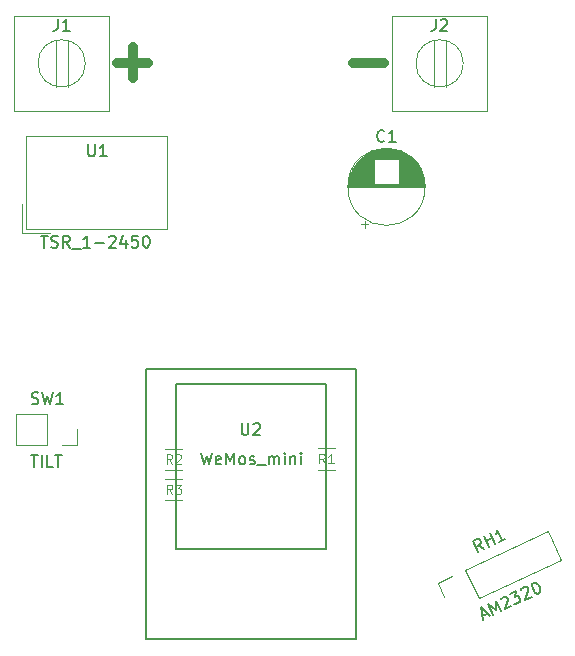
<source format=gto>
%TF.GenerationSoftware,KiCad,Pcbnew,(5.1.9-0-10_14)*%
%TF.CreationDate,2024-01-29T22:25:58+01:00*%
%TF.ProjectId,masthead,6d617374-6865-4616-942e-6b696361645f,rev?*%
%TF.SameCoordinates,Original*%
%TF.FileFunction,Legend,Top*%
%TF.FilePolarity,Positive*%
%FSLAX46Y46*%
G04 Gerber Fmt 4.6, Leading zero omitted, Abs format (unit mm)*
G04 Created by KiCad (PCBNEW (5.1.9-0-10_14)) date 2024-01-29 22:25:58*
%MOMM*%
%LPD*%
G01*
G04 APERTURE LIST*
%ADD10C,0.875000*%
%ADD11C,0.120000*%
%ADD12C,0.150000*%
G04 APERTURE END LIST*
D10*
X8666666Y50000D02*
X11333333Y50000D01*
X-11333333Y50000D02*
X-8666666Y50000D01*
X-10000000Y-1283333D02*
X-10000000Y1383333D01*
D11*
%TO.C,SW1*%
X-14670000Y-31000000D02*
X-14670000Y-32330000D01*
X-14670000Y-32330000D02*
X-16000000Y-32330000D01*
X-17270000Y-32330000D02*
X-19870000Y-32330000D01*
X-19870000Y-29670000D02*
X-19870000Y-32330000D01*
X-17270000Y-29670000D02*
X-19870000Y-29670000D01*
X-17270000Y-29670000D02*
X-17270000Y-32330000D01*
%TO.C,RH1*%
X19313093Y-45268664D02*
X18188929Y-42857885D01*
X19313093Y-45268664D02*
X26273537Y-42022956D01*
X26273537Y-42022956D02*
X25149372Y-39612177D01*
X18188929Y-42857885D02*
X25149372Y-39612177D01*
X15832528Y-43956693D02*
X17037918Y-43394611D01*
X16394611Y-45162082D02*
X15832528Y-43956693D01*
%TO.C,J2*%
X18000000Y0D02*
G75*
G03*
X18000000Y0I-2000000J0D01*
G01*
X15500000Y-2000000D02*
X15500000Y2000000D01*
X16500000Y-2000000D02*
X16500000Y2000000D01*
X12000000Y-4000000D02*
X12000000Y4000000D01*
X12000000Y4000000D02*
X20000000Y4000000D01*
X20000000Y4000000D02*
X20000000Y-4000000D01*
X20000000Y-4000000D02*
X12000000Y-4000000D01*
%TO.C,J1*%
X-14000000Y0D02*
G75*
G03*
X-14000000Y0I-2000000J0D01*
G01*
X-16500000Y-2000000D02*
X-16500000Y2000000D01*
X-15500000Y-2000000D02*
X-15500000Y2000000D01*
X-20000000Y-4000000D02*
X-20000000Y4000000D01*
X-20000000Y4000000D02*
X-12000000Y4000000D01*
X-12000000Y4000000D02*
X-12000000Y-4000000D01*
X-12000000Y-4000000D02*
X-20000000Y-4000000D01*
%TO.C,U1*%
X-19020000Y-14020000D02*
X-19020000Y-6170000D01*
X-19020000Y-6170000D02*
X-7080000Y-6170000D01*
X-7080000Y-6170000D02*
X-7080000Y-14020000D01*
X-7080000Y-14020000D02*
X-19020000Y-14020000D01*
X-19350000Y-11900000D02*
X-19350000Y-14350000D01*
X-19350000Y-14350000D02*
X-17020000Y-14350000D01*
%TO.C,C1*%
X9346000Y-13635241D02*
X9976000Y-13635241D01*
X9661000Y-13950241D02*
X9661000Y-13320241D01*
X11098000Y-7209000D02*
X11902000Y-7209000D01*
X10867000Y-7249000D02*
X12133000Y-7249000D01*
X10698000Y-7289000D02*
X12302000Y-7289000D01*
X10560000Y-7329000D02*
X12440000Y-7329000D01*
X10441000Y-7369000D02*
X12559000Y-7369000D01*
X10335000Y-7409000D02*
X12665000Y-7409000D01*
X10238000Y-7449000D02*
X12762000Y-7449000D01*
X10150000Y-7489000D02*
X12850000Y-7489000D01*
X10068000Y-7529000D02*
X12932000Y-7529000D01*
X9991000Y-7569000D02*
X13009000Y-7569000D01*
X9919000Y-7609000D02*
X13081000Y-7609000D01*
X9850000Y-7649000D02*
X13150000Y-7649000D01*
X9786000Y-7689000D02*
X13214000Y-7689000D01*
X9724000Y-7729000D02*
X13276000Y-7729000D01*
X9666000Y-7769000D02*
X13334000Y-7769000D01*
X9610000Y-7809000D02*
X13390000Y-7809000D01*
X9556000Y-7849000D02*
X13444000Y-7849000D01*
X9505000Y-7889000D02*
X13495000Y-7889000D01*
X9456000Y-7929000D02*
X13544000Y-7929000D01*
X9408000Y-7969000D02*
X13592000Y-7969000D01*
X9363000Y-8009000D02*
X13637000Y-8009000D01*
X9318000Y-8049000D02*
X13682000Y-8049000D01*
X9276000Y-8089000D02*
X13724000Y-8089000D01*
X9235000Y-8129000D02*
X13765000Y-8129000D01*
X12540000Y-8169000D02*
X13805000Y-8169000D01*
X9195000Y-8169000D02*
X10460000Y-8169000D01*
X12540000Y-8209000D02*
X13843000Y-8209000D01*
X9157000Y-8209000D02*
X10460000Y-8209000D01*
X12540000Y-8249000D02*
X13880000Y-8249000D01*
X9120000Y-8249000D02*
X10460000Y-8249000D01*
X12540000Y-8289000D02*
X13916000Y-8289000D01*
X9084000Y-8289000D02*
X10460000Y-8289000D01*
X12540000Y-8329000D02*
X13950000Y-8329000D01*
X9050000Y-8329000D02*
X10460000Y-8329000D01*
X12540000Y-8369000D02*
X13984000Y-8369000D01*
X9016000Y-8369000D02*
X10460000Y-8369000D01*
X12540000Y-8409000D02*
X14016000Y-8409000D01*
X8984000Y-8409000D02*
X10460000Y-8409000D01*
X12540000Y-8449000D02*
X14048000Y-8449000D01*
X8952000Y-8449000D02*
X10460000Y-8449000D01*
X12540000Y-8489000D02*
X14078000Y-8489000D01*
X8922000Y-8489000D02*
X10460000Y-8489000D01*
X12540000Y-8529000D02*
X14107000Y-8529000D01*
X8893000Y-8529000D02*
X10460000Y-8529000D01*
X12540000Y-8569000D02*
X14136000Y-8569000D01*
X8864000Y-8569000D02*
X10460000Y-8569000D01*
X12540000Y-8609000D02*
X14164000Y-8609000D01*
X8836000Y-8609000D02*
X10460000Y-8609000D01*
X12540000Y-8649000D02*
X14190000Y-8649000D01*
X8810000Y-8649000D02*
X10460000Y-8649000D01*
X12540000Y-8689000D02*
X14216000Y-8689000D01*
X8784000Y-8689000D02*
X10460000Y-8689000D01*
X12540000Y-8729000D02*
X14242000Y-8729000D01*
X8758000Y-8729000D02*
X10460000Y-8729000D01*
X12540000Y-8769000D02*
X14266000Y-8769000D01*
X8734000Y-8769000D02*
X10460000Y-8769000D01*
X12540000Y-8809000D02*
X14290000Y-8809000D01*
X8710000Y-8809000D02*
X10460000Y-8809000D01*
X12540000Y-8849000D02*
X14312000Y-8849000D01*
X8688000Y-8849000D02*
X10460000Y-8849000D01*
X12540000Y-8889000D02*
X14334000Y-8889000D01*
X8666000Y-8889000D02*
X10460000Y-8889000D01*
X12540000Y-8929000D02*
X14356000Y-8929000D01*
X8644000Y-8929000D02*
X10460000Y-8929000D01*
X12540000Y-8969000D02*
X14376000Y-8969000D01*
X8624000Y-8969000D02*
X10460000Y-8969000D01*
X12540000Y-9009000D02*
X14396000Y-9009000D01*
X8604000Y-9009000D02*
X10460000Y-9009000D01*
X12540000Y-9049000D02*
X14416000Y-9049000D01*
X8584000Y-9049000D02*
X10460000Y-9049000D01*
X12540000Y-9089000D02*
X14434000Y-9089000D01*
X8566000Y-9089000D02*
X10460000Y-9089000D01*
X12540000Y-9129000D02*
X14452000Y-9129000D01*
X8548000Y-9129000D02*
X10460000Y-9129000D01*
X12540000Y-9169000D02*
X14470000Y-9169000D01*
X8530000Y-9169000D02*
X10460000Y-9169000D01*
X12540000Y-9209000D02*
X14486000Y-9209000D01*
X8514000Y-9209000D02*
X10460000Y-9209000D01*
X12540000Y-9249000D02*
X14502000Y-9249000D01*
X8498000Y-9249000D02*
X10460000Y-9249000D01*
X12540000Y-9289000D02*
X14518000Y-9289000D01*
X8482000Y-9289000D02*
X10460000Y-9289000D01*
X12540000Y-9329000D02*
X14533000Y-9329000D01*
X8467000Y-9329000D02*
X10460000Y-9329000D01*
X12540000Y-9369000D02*
X14547000Y-9369000D01*
X8453000Y-9369000D02*
X10460000Y-9369000D01*
X12540000Y-9409000D02*
X14561000Y-9409000D01*
X8439000Y-9409000D02*
X10460000Y-9409000D01*
X12540000Y-9449000D02*
X14574000Y-9449000D01*
X8426000Y-9449000D02*
X10460000Y-9449000D01*
X12540000Y-9489000D02*
X14586000Y-9489000D01*
X8414000Y-9489000D02*
X10460000Y-9489000D01*
X12540000Y-9529000D02*
X14598000Y-9529000D01*
X8402000Y-9529000D02*
X10460000Y-9529000D01*
X12540000Y-9569000D02*
X14610000Y-9569000D01*
X8390000Y-9569000D02*
X10460000Y-9569000D01*
X12540000Y-9609000D02*
X14621000Y-9609000D01*
X8379000Y-9609000D02*
X10460000Y-9609000D01*
X12540000Y-9649000D02*
X14631000Y-9649000D01*
X8369000Y-9649000D02*
X10460000Y-9649000D01*
X12540000Y-9689000D02*
X14641000Y-9689000D01*
X8359000Y-9689000D02*
X10460000Y-9689000D01*
X12540000Y-9729000D02*
X14650000Y-9729000D01*
X8350000Y-9729000D02*
X10460000Y-9729000D01*
X12540000Y-9770000D02*
X14659000Y-9770000D01*
X8341000Y-9770000D02*
X10460000Y-9770000D01*
X12540000Y-9810000D02*
X14667000Y-9810000D01*
X8333000Y-9810000D02*
X10460000Y-9810000D01*
X12540000Y-9850000D02*
X14675000Y-9850000D01*
X8325000Y-9850000D02*
X10460000Y-9850000D01*
X12540000Y-9890000D02*
X14682000Y-9890000D01*
X8318000Y-9890000D02*
X10460000Y-9890000D01*
X12540000Y-9930000D02*
X14689000Y-9930000D01*
X8311000Y-9930000D02*
X10460000Y-9930000D01*
X12540000Y-9970000D02*
X14695000Y-9970000D01*
X8305000Y-9970000D02*
X10460000Y-9970000D01*
X12540000Y-10010000D02*
X14701000Y-10010000D01*
X8299000Y-10010000D02*
X10460000Y-10010000D01*
X12540000Y-10050000D02*
X14706000Y-10050000D01*
X8294000Y-10050000D02*
X10460000Y-10050000D01*
X12540000Y-10090000D02*
X14711000Y-10090000D01*
X8289000Y-10090000D02*
X10460000Y-10090000D01*
X12540000Y-10130000D02*
X14715000Y-10130000D01*
X8285000Y-10130000D02*
X10460000Y-10130000D01*
X12540000Y-10170000D02*
X14718000Y-10170000D01*
X8282000Y-10170000D02*
X10460000Y-10170000D01*
X12540000Y-10210000D02*
X14722000Y-10210000D01*
X8278000Y-10210000D02*
X10460000Y-10210000D01*
X8276000Y-10250000D02*
X14724000Y-10250000D01*
X8273000Y-10290000D02*
X14727000Y-10290000D01*
X8272000Y-10330000D02*
X14728000Y-10330000D01*
X8270000Y-10370000D02*
X14730000Y-10370000D01*
X8270000Y-10410000D02*
X14730000Y-10410000D01*
X8270000Y-10450000D02*
X14730000Y-10450000D01*
X14770000Y-10450000D02*
G75*
G03*
X14770000Y-10450000I-3270000J0D01*
G01*
D12*
%TO.C,U2*%
X-6350000Y-27190000D02*
X-6350000Y-41160000D01*
X-6350000Y-41160000D02*
X6350000Y-41160000D01*
X6350000Y-41160000D02*
X6350000Y-27190000D01*
X6350000Y-27190000D02*
X-6350000Y-27190000D01*
X-8890000Y-25920000D02*
X8890000Y-25920000D01*
X8890000Y-25920000D02*
X8890000Y-48780000D01*
X8890000Y-48780000D02*
X-8890000Y-48780000D01*
X-8890000Y-48780000D02*
X-8890000Y-25920000D01*
D11*
%TO.C,R3*%
X-5772936Y-35190000D02*
X-7227064Y-35190000D01*
X-5772936Y-37010000D02*
X-7227064Y-37010000D01*
%TO.C,R2*%
X-5772936Y-32640000D02*
X-7227064Y-32640000D01*
X-5772936Y-34460000D02*
X-7227064Y-34460000D01*
%TO.C,R1*%
X5672936Y-34410000D02*
X7127064Y-34410000D01*
X5672936Y-32590000D02*
X7127064Y-32590000D01*
%TO.C,SW1*%
D12*
X-18533333Y-28804761D02*
X-18390476Y-28852380D01*
X-18152380Y-28852380D01*
X-18057142Y-28804761D01*
X-18009523Y-28757142D01*
X-17961904Y-28661904D01*
X-17961904Y-28566666D01*
X-18009523Y-28471428D01*
X-18057142Y-28423809D01*
X-18152380Y-28376190D01*
X-18342857Y-28328571D01*
X-18438095Y-28280952D01*
X-18485714Y-28233333D01*
X-18533333Y-28138095D01*
X-18533333Y-28042857D01*
X-18485714Y-27947619D01*
X-18438095Y-27900000D01*
X-18342857Y-27852380D01*
X-18104761Y-27852380D01*
X-17961904Y-27900000D01*
X-17628571Y-27852380D02*
X-17390476Y-28852380D01*
X-17200000Y-28138095D01*
X-17009523Y-28852380D01*
X-16771428Y-27852380D01*
X-15866666Y-28852380D02*
X-16438095Y-28852380D01*
X-16152380Y-28852380D02*
X-16152380Y-27852380D01*
X-16247619Y-27995238D01*
X-16342857Y-28090476D01*
X-16438095Y-28138095D01*
X-18609523Y-33152380D02*
X-18038095Y-33152380D01*
X-18323809Y-34152380D02*
X-18323809Y-33152380D01*
X-17704761Y-34152380D02*
X-17704761Y-33152380D01*
X-16752380Y-34152380D02*
X-17228571Y-34152380D01*
X-17228571Y-33152380D01*
X-16561904Y-33152380D02*
X-15990476Y-33152380D01*
X-16276190Y-34152380D02*
X-16276190Y-33152380D01*
%TO.C,RH1*%
X19765400Y-41101804D02*
X19262051Y-40811101D01*
X19247510Y-41343300D02*
X18824892Y-40436992D01*
X19170152Y-40275995D01*
X19276591Y-40278903D01*
X19339874Y-40301936D01*
X19423280Y-40368126D01*
X19483654Y-40497599D01*
X19480746Y-40604038D01*
X19457714Y-40667320D01*
X19391523Y-40750727D01*
X19046263Y-40911725D01*
X20153818Y-40920682D02*
X19731199Y-40014374D01*
X19932446Y-40445949D02*
X20450336Y-40204453D01*
X20671708Y-40679185D02*
X20249090Y-39772878D01*
X21578016Y-40256567D02*
X21060125Y-40498063D01*
X21319070Y-40377315D02*
X20896452Y-39471007D01*
X20870511Y-39640729D01*
X20824446Y-39767294D01*
X20758255Y-39850701D01*
X19610458Y-46798158D02*
X20042033Y-46596911D01*
X19644891Y-47097352D02*
X19524375Y-46050171D01*
X20249096Y-46815606D01*
X20551198Y-46674734D02*
X20128580Y-45768426D01*
X20732553Y-46274916D01*
X20732785Y-45486680D01*
X21155404Y-46392988D01*
X21161452Y-45391873D02*
X21184485Y-45328591D01*
X21250676Y-45245184D01*
X21466463Y-45144561D01*
X21572903Y-45147469D01*
X21636185Y-45170502D01*
X21719592Y-45236692D01*
X21759841Y-45323007D01*
X21777058Y-45472604D01*
X21500664Y-46231991D01*
X22061711Y-45970370D01*
X21941196Y-44923189D02*
X22502243Y-44661569D01*
X22361138Y-45147701D01*
X22490611Y-45087327D01*
X22597051Y-45090236D01*
X22660333Y-45113268D01*
X22743740Y-45179459D01*
X22844363Y-45395246D01*
X22841455Y-45501686D01*
X22818422Y-45564968D01*
X22752232Y-45648375D01*
X22493287Y-45769123D01*
X22386847Y-45766215D01*
X22323565Y-45743182D01*
X22887753Y-44586886D02*
X22910786Y-44523604D01*
X22976976Y-44440197D01*
X23192764Y-44339574D01*
X23299203Y-44342482D01*
X23362486Y-44365515D01*
X23445892Y-44431705D01*
X23486142Y-44518020D01*
X23503358Y-44667617D01*
X23226964Y-45427004D01*
X23788012Y-45165383D01*
X23926441Y-43997454D02*
X24012756Y-43957205D01*
X24119196Y-43960113D01*
X24182478Y-43983146D01*
X24265885Y-44049336D01*
X24389541Y-44201841D01*
X24490165Y-44417629D01*
X24527506Y-44610384D01*
X24524598Y-44716824D01*
X24501565Y-44780106D01*
X24435375Y-44863513D01*
X24349060Y-44903762D01*
X24242620Y-44900854D01*
X24179338Y-44877821D01*
X24095931Y-44811631D01*
X23972275Y-44659125D01*
X23871651Y-44443338D01*
X23834310Y-44250583D01*
X23837218Y-44144143D01*
X23860251Y-44080861D01*
X23926441Y-43997454D01*
%TO.C,J2*%
X15666666Y3747619D02*
X15666666Y3033333D01*
X15619047Y2890476D01*
X15523809Y2795238D01*
X15380952Y2747619D01*
X15285714Y2747619D01*
X16095238Y3652380D02*
X16142857Y3700000D01*
X16238095Y3747619D01*
X16476190Y3747619D01*
X16571428Y3700000D01*
X16619047Y3652380D01*
X16666666Y3557142D01*
X16666666Y3461904D01*
X16619047Y3319047D01*
X16047619Y2747619D01*
X16666666Y2747619D01*
%TO.C,J1*%
X-16333333Y3747619D02*
X-16333333Y3033333D01*
X-16380952Y2890476D01*
X-16476190Y2795238D01*
X-16619047Y2747619D01*
X-16714285Y2747619D01*
X-15333333Y2747619D02*
X-15904761Y2747619D01*
X-15619047Y2747619D02*
X-15619047Y3747619D01*
X-15714285Y3604761D01*
X-15809523Y3509523D01*
X-15904761Y3461904D01*
%TO.C,U1*%
X-13761904Y-6852380D02*
X-13761904Y-7661904D01*
X-13714285Y-7757142D01*
X-13666666Y-7804761D01*
X-13571428Y-7852380D01*
X-13380952Y-7852380D01*
X-13285714Y-7804761D01*
X-13238095Y-7757142D01*
X-13190476Y-7661904D01*
X-13190476Y-6852380D01*
X-12190476Y-7852380D02*
X-12761904Y-7852380D01*
X-12476190Y-7852380D02*
X-12476190Y-6852380D01*
X-12571428Y-6995238D01*
X-12666666Y-7090476D01*
X-12761904Y-7138095D01*
X-17742857Y-14602380D02*
X-17171428Y-14602380D01*
X-17457142Y-15602380D02*
X-17457142Y-14602380D01*
X-16885714Y-15554761D02*
X-16742857Y-15602380D01*
X-16504761Y-15602380D01*
X-16409523Y-15554761D01*
X-16361904Y-15507142D01*
X-16314285Y-15411904D01*
X-16314285Y-15316666D01*
X-16361904Y-15221428D01*
X-16409523Y-15173809D01*
X-16504761Y-15126190D01*
X-16695238Y-15078571D01*
X-16790476Y-15030952D01*
X-16838095Y-14983333D01*
X-16885714Y-14888095D01*
X-16885714Y-14792857D01*
X-16838095Y-14697619D01*
X-16790476Y-14650000D01*
X-16695238Y-14602380D01*
X-16457142Y-14602380D01*
X-16314285Y-14650000D01*
X-15314285Y-15602380D02*
X-15647619Y-15126190D01*
X-15885714Y-15602380D02*
X-15885714Y-14602380D01*
X-15504761Y-14602380D01*
X-15409523Y-14650000D01*
X-15361904Y-14697619D01*
X-15314285Y-14792857D01*
X-15314285Y-14935714D01*
X-15361904Y-15030952D01*
X-15409523Y-15078571D01*
X-15504761Y-15126190D01*
X-15885714Y-15126190D01*
X-15123809Y-15697619D02*
X-14361904Y-15697619D01*
X-13600000Y-15602380D02*
X-14171428Y-15602380D01*
X-13885714Y-15602380D02*
X-13885714Y-14602380D01*
X-13980952Y-14745238D01*
X-14076190Y-14840476D01*
X-14171428Y-14888095D01*
X-13171428Y-15221428D02*
X-12409523Y-15221428D01*
X-11980952Y-14697619D02*
X-11933333Y-14650000D01*
X-11838095Y-14602380D01*
X-11600000Y-14602380D01*
X-11504761Y-14650000D01*
X-11457142Y-14697619D01*
X-11409523Y-14792857D01*
X-11409523Y-14888095D01*
X-11457142Y-15030952D01*
X-12028571Y-15602380D01*
X-11409523Y-15602380D01*
X-10552380Y-14935714D02*
X-10552380Y-15602380D01*
X-10790476Y-14554761D02*
X-11028571Y-15269047D01*
X-10409523Y-15269047D01*
X-9552380Y-14602380D02*
X-10028571Y-14602380D01*
X-10076190Y-15078571D01*
X-10028571Y-15030952D01*
X-9933333Y-14983333D01*
X-9695238Y-14983333D01*
X-9600000Y-15030952D01*
X-9552380Y-15078571D01*
X-9504761Y-15173809D01*
X-9504761Y-15411904D01*
X-9552380Y-15507142D01*
X-9600000Y-15554761D01*
X-9695238Y-15602380D01*
X-9933333Y-15602380D01*
X-10028571Y-15554761D01*
X-10076190Y-15507142D01*
X-8885714Y-14602380D02*
X-8790476Y-14602380D01*
X-8695238Y-14650000D01*
X-8647619Y-14697619D01*
X-8600000Y-14792857D01*
X-8552380Y-14983333D01*
X-8552380Y-15221428D01*
X-8600000Y-15411904D01*
X-8647619Y-15507142D01*
X-8695238Y-15554761D01*
X-8790476Y-15602380D01*
X-8885714Y-15602380D01*
X-8980952Y-15554761D01*
X-9028571Y-15507142D01*
X-9076190Y-15411904D01*
X-9123809Y-15221428D01*
X-9123809Y-14983333D01*
X-9076190Y-14792857D01*
X-9028571Y-14697619D01*
X-8980952Y-14650000D01*
X-8885714Y-14602380D01*
%TO.C,C1*%
X11333333Y-6557142D02*
X11285714Y-6604761D01*
X11142857Y-6652380D01*
X11047619Y-6652380D01*
X10904761Y-6604761D01*
X10809523Y-6509523D01*
X10761904Y-6414285D01*
X10714285Y-6223809D01*
X10714285Y-6080952D01*
X10761904Y-5890476D01*
X10809523Y-5795238D01*
X10904761Y-5700000D01*
X11047619Y-5652380D01*
X11142857Y-5652380D01*
X11285714Y-5700000D01*
X11333333Y-5747619D01*
X12285714Y-6652380D02*
X11714285Y-6652380D01*
X12000000Y-6652380D02*
X12000000Y-5652380D01*
X11904761Y-5795238D01*
X11809523Y-5890476D01*
X11714285Y-5938095D01*
%TO.C,U2*%
X-761904Y-30452380D02*
X-761904Y-31261904D01*
X-714285Y-31357142D01*
X-666666Y-31404761D01*
X-571428Y-31452380D01*
X-380952Y-31452380D01*
X-285714Y-31404761D01*
X-238095Y-31357142D01*
X-190476Y-31261904D01*
X-190476Y-30452380D01*
X238095Y-30547619D02*
X285714Y-30500000D01*
X380952Y-30452380D01*
X619047Y-30452380D01*
X714285Y-30500000D01*
X761904Y-30547619D01*
X809523Y-30642857D01*
X809523Y-30738095D01*
X761904Y-30880952D01*
X190476Y-31452380D01*
X809523Y-31452380D01*
X-4161904Y-32952380D02*
X-3923809Y-33952380D01*
X-3733333Y-33238095D01*
X-3542857Y-33952380D01*
X-3304761Y-32952380D01*
X-2542857Y-33904761D02*
X-2638095Y-33952380D01*
X-2828571Y-33952380D01*
X-2923809Y-33904761D01*
X-2971428Y-33809523D01*
X-2971428Y-33428571D01*
X-2923809Y-33333333D01*
X-2828571Y-33285714D01*
X-2638095Y-33285714D01*
X-2542857Y-33333333D01*
X-2495238Y-33428571D01*
X-2495238Y-33523809D01*
X-2971428Y-33619047D01*
X-2066666Y-33952380D02*
X-2066666Y-32952380D01*
X-1733333Y-33666666D01*
X-1399999Y-32952380D01*
X-1399999Y-33952380D01*
X-780952Y-33952380D02*
X-876190Y-33904761D01*
X-923809Y-33857142D01*
X-971428Y-33761904D01*
X-971428Y-33476190D01*
X-923809Y-33380952D01*
X-876190Y-33333333D01*
X-780952Y-33285714D01*
X-638095Y-33285714D01*
X-542857Y-33333333D01*
X-495238Y-33380952D01*
X-447619Y-33476190D01*
X-447619Y-33761904D01*
X-495238Y-33857142D01*
X-542857Y-33904761D01*
X-638095Y-33952380D01*
X-780952Y-33952380D01*
X-66666Y-33904761D02*
X28571Y-33952380D01*
X219047Y-33952380D01*
X314285Y-33904761D01*
X361904Y-33809523D01*
X361904Y-33761904D01*
X314285Y-33666666D01*
X219047Y-33619047D01*
X76190Y-33619047D01*
X-19047Y-33571428D01*
X-66666Y-33476190D01*
X-66666Y-33428571D01*
X-19047Y-33333333D01*
X76190Y-33285714D01*
X219047Y-33285714D01*
X314285Y-33333333D01*
X552380Y-34047619D02*
X1314285Y-34047619D01*
X1552380Y-33952380D02*
X1552380Y-33285714D01*
X1552380Y-33380952D02*
X1600000Y-33333333D01*
X1695238Y-33285714D01*
X1838095Y-33285714D01*
X1933333Y-33333333D01*
X1980952Y-33428571D01*
X1980952Y-33952380D01*
X1980952Y-33428571D02*
X2028571Y-33333333D01*
X2123809Y-33285714D01*
X2266666Y-33285714D01*
X2361904Y-33333333D01*
X2409523Y-33428571D01*
X2409523Y-33952380D01*
X2885714Y-33952380D02*
X2885714Y-33285714D01*
X2885714Y-32952380D02*
X2838095Y-33000000D01*
X2885714Y-33047619D01*
X2933333Y-33000000D01*
X2885714Y-32952380D01*
X2885714Y-33047619D01*
X3361904Y-33285714D02*
X3361904Y-33952380D01*
X3361904Y-33380952D02*
X3409523Y-33333333D01*
X3504761Y-33285714D01*
X3647619Y-33285714D01*
X3742857Y-33333333D01*
X3790476Y-33428571D01*
X3790476Y-33952380D01*
X4266666Y-33952380D02*
X4266666Y-33285714D01*
X4266666Y-32952380D02*
X4219047Y-33000000D01*
X4266666Y-33047619D01*
X4314285Y-33000000D01*
X4266666Y-32952380D01*
X4266666Y-33047619D01*
%TO.C,R3*%
D11*
X-6633333Y-36461904D02*
X-6900000Y-36080952D01*
X-7090476Y-36461904D02*
X-7090476Y-35661904D01*
X-6785714Y-35661904D01*
X-6709523Y-35700000D01*
X-6671428Y-35738095D01*
X-6633333Y-35814285D01*
X-6633333Y-35928571D01*
X-6671428Y-36004761D01*
X-6709523Y-36042857D01*
X-6785714Y-36080952D01*
X-7090476Y-36080952D01*
X-6366666Y-35661904D02*
X-5871428Y-35661904D01*
X-6138095Y-35966666D01*
X-6023809Y-35966666D01*
X-5947619Y-36004761D01*
X-5909523Y-36042857D01*
X-5871428Y-36119047D01*
X-5871428Y-36309523D01*
X-5909523Y-36385714D01*
X-5947619Y-36423809D01*
X-6023809Y-36461904D01*
X-6252380Y-36461904D01*
X-6328571Y-36423809D01*
X-6366666Y-36385714D01*
%TO.C,R2*%
X-6633333Y-33911904D02*
X-6900000Y-33530952D01*
X-7090476Y-33911904D02*
X-7090476Y-33111904D01*
X-6785714Y-33111904D01*
X-6709523Y-33150000D01*
X-6671428Y-33188095D01*
X-6633333Y-33264285D01*
X-6633333Y-33378571D01*
X-6671428Y-33454761D01*
X-6709523Y-33492857D01*
X-6785714Y-33530952D01*
X-7090476Y-33530952D01*
X-6328571Y-33188095D02*
X-6290476Y-33150000D01*
X-6214285Y-33111904D01*
X-6023809Y-33111904D01*
X-5947619Y-33150000D01*
X-5909523Y-33188095D01*
X-5871428Y-33264285D01*
X-5871428Y-33340476D01*
X-5909523Y-33454761D01*
X-6366666Y-33911904D01*
X-5871428Y-33911904D01*
%TO.C,R1*%
X6266666Y-33861904D02*
X6000000Y-33480952D01*
X5809523Y-33861904D02*
X5809523Y-33061904D01*
X6114285Y-33061904D01*
X6190476Y-33100000D01*
X6228571Y-33138095D01*
X6266666Y-33214285D01*
X6266666Y-33328571D01*
X6228571Y-33404761D01*
X6190476Y-33442857D01*
X6114285Y-33480952D01*
X5809523Y-33480952D01*
X7028571Y-33861904D02*
X6571428Y-33861904D01*
X6800000Y-33861904D02*
X6800000Y-33061904D01*
X6723809Y-33176190D01*
X6647619Y-33252380D01*
X6571428Y-33290476D01*
%TD*%
M02*

</source>
